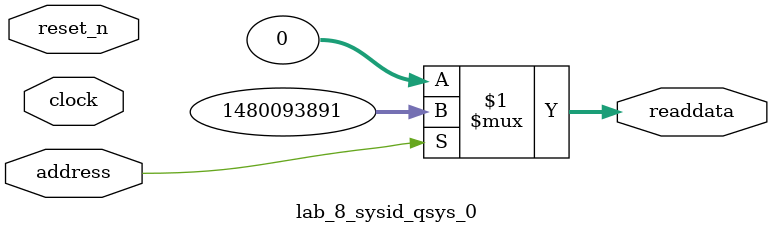
<source format=v>

`timescale 1ns / 1ps
// synthesis translate_on

// turn off superfluous verilog processor warnings 
// altera message_level Level1 
// altera message_off 10034 10035 10036 10037 10230 10240 10030 

module lab_8_sysid_qsys_0 (
               // inputs:
                address,
                clock,
                reset_n,

               // outputs:
                readdata
             )
;

  output  [ 31: 0] readdata;
  input            address;
  input            clock;
  input            reset_n;

  wire    [ 31: 0] readdata;
  //control_slave, which is an e_avalon_slave
  assign readdata = address ? 1480093891 : 0;

endmodule




</source>
